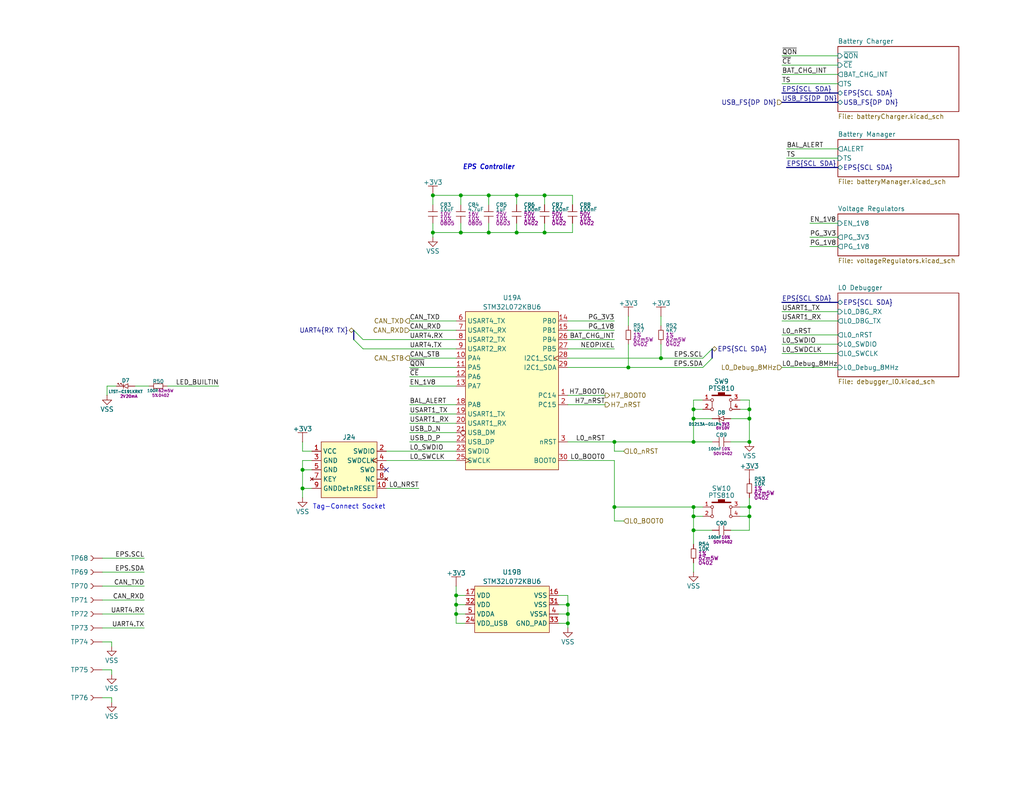
<source format=kicad_sch>
(kicad_sch (version 20250114) (generator "eeschema") (generator_version "9.0")
  (paper "USLetter")
  (title_block (title "EPS Controller") (date "2025-03-31") (rev "1") (comment 2 "PROTOTYPE") (comment 3 "2025"))
  (lib_symbols
    (symbol "STM32L072KBUx_1"
      (property "Reference" "U" (at 0 25.4 0))
      (property "Value" "STM32L072KBUx" (at 0 22.86 0))
      (symbol "STM32L072KBUx_1_1_0"
        (pin bidirectional line (at -15.24 19.05 0) (length 2.54) (name "PA0") (number "6") (alternate "USART4_TX" output line))
        (pin bidirectional line (at -15.24 16.51 0) (length 2.54) (name "PA1") (number "7") (alternate "USART4_RX" input line))
        (pin bidirectional line (at -15.24 13.97 0) (length 2.54) (name "PA2") (number "8") (alternate "USART2_TX" output line))
        (pin bidirectional line (at -15.24 11.43 0) (length 2.54) (name "PA3") (number "9") (alternate "USART2_RX" input line))
        (pin bidirectional line (at -15.24 8.89 0) (length 2.54) (name "PA4") (number "10"))
        (pin bidirectional line (at -15.24 6.35 0) (length 2.54) (name "PA5") (number "11"))
        (pin bidirectional line (at -15.24 3.81 0) (length 2.54) (name "PA6") (number "12"))
        (pin bidirectional line (at -15.24 1.27 0) (length 2.54) (name "PA7") (number "13"))
        (pin bidirectional line (at -15.24 -3.81 0) (length 2.54) (name "PA8") (number "18"))
        (pin bidirectional line (at -15.24 -6.35 0) (length 2.54) (name "PA9") (number "19") (alternate "I2C1_SCL" output clock) (alternate "USART1_TX" output line))
        (pin bidirectional line (at -15.24 -8.89 0) (length 2.54) (name "PA10") (number "20") (alternate "I2C1_SDA" bidirectional line) (alternate "USART1_RX" input line))
        (pin bidirectional line (at -15.24 -11.43 0) (length 2.54) (name "PA11") (number "21") (alternate "USB_DM" bidirectional inverted))
        (pin bidirectional line (at -15.24 -13.97 0) (length 2.54) (name "PA12") (number "22") (alternate "USB_DP" bidirectional line))
        (pin bidirectional line (at -15.24 -16.51 0) (length 2.54) (name "PA13") (number "23") (alternate "SWDIO" bidirectional line))
        (pin bidirectional line (at -15.24 -19.05 0) (length 2.54) (name "PA14") (number "25") (alternate "SWCLK" input clock) (alternate "USART2_TX" output line))
        (pin bidirectional line (at 15.24 19.05 180) (length 2.54) (name "PB0") (number "14"))
        (pin bidirectional line (at 15.24 16.51 180) (length 2.54) (name "PB1") (number "15"))
        (pin bidirectional line (at 15.24 13.97 180) (length 2.54) (name "PB4") (number "26"))
        (pin bidirectional line (at 15.24 11.43 180) (length 2.54) (name "PB5") (number "27"))
        (pin bidirectional line (at 15.24 8.89 180) (length 2.54) (name "PB6") (number "28") (alternate "I2C1_SCL" output clock) (alternate "USART1_TX" output line))
        (pin bidirectional line (at 15.24 6.35 180) (length 2.54) (name "PB7") (number "29") (alternate "I2C1_SDA" bidirectional line) (alternate "USART1_RX" input line))
        (pin bidirectional line (at 15.24 -1.27 180) (length 2.54) (name "PC14") (number "1"))
        (pin bidirectional line (at 15.24 -3.81 180) (length 2.54) (name "PC15") (number "2"))
        (pin input line (at 15.24 -13.97 180) (length 2.54) (name "nRST") (number "3"))
        (pin bidirectional line (at 15.24 -19.05 180) (length 2.54) (name "BOOT0") (number "30"))
      )
      (symbol "STM32L072KBUx_1_1_1"
        (rectangle (start -12.7 21.59) (end 12.7 -21.59) (fill (type background)))
      )
      (symbol "STM32L072KBUx_1_2_0"
        (pin power_in line (at -12.7 3.81 0) (length 2.54) (name "VDD") (number "17"))
        (pin power_in line (at -12.7 1.27 0) (length 2.54) (name "VDD") (number "32"))
        (pin power_in line (at -12.7 -1.27 0) (length 2.54) (name "VDDA") (number "5"))
        (pin power_in line (at -12.7 -3.81 0) (length 2.54) (name "VDD_USB") (number "24"))
        (pin power_in line (at 12.7 3.81 180) (length 2.54) (name "VSS") (number "16"))
        (pin power_in line (at 12.7 1.27 180) (length 2.54) (name "VSS") (number "31"))
        (pin power_in line (at 12.7 -1.27 180) (length 2.54) (name "VSSA") (number "4"))
        (pin power_in line (at 12.7 -3.81 180) (length 2.54) (name "GND_PAD") (number "33"))
      )
      (symbol "STM32L072KBUx_1_2_1"
        (rectangle (start -10.16 6.35) (end 10.16 -6.35) (fill (type background)))
      )
    )
    (symbol "lib_pwr:+3V3" (power) (pin_numbers (hide yes)) (pin_names (offset 0) (hide yes))
      (property "Value" "+3V3" (at 0 3.556 0))
      (symbol "+3V3_0_1"
        (polyline (pts (xy -1.27 2.54) (xy 0 2.54)))
        (polyline (pts (xy 0 2.54) (xy 1.27 2.54)))
        (polyline (pts (xy 0 0) (xy 0 2.54)))
      )
      (symbol "+3V3_1_1"
        (pin power_in line (at 0 0 90) (length 0) (name "~") (number "1"))
      )
    )
    (symbol "lib_pwr:VSS" (power) (pin_numbers (hide yes)) (pin_names (offset 0) (hide yes))
      (property "Value" "VSS" (at 0 -3.81 0))
      (symbol "VSS_0_1"
        (polyline (pts (xy 0 0) (xy 0 -1.27) (xy 1.27 -1.27) (xy 0 -2.54) (xy -1.27 -1.27) (xy 0 -1.27)))
      )
      (symbol "VSS_1_1"
        (pin power_in line (at 0 0 270) (length 0) (name "~") (number "1"))
      )
    )
    (symbol "lib_sch:C" (pin_numbers (hide yes)) (pin_names (hide yes))
      (property "Reference" "C?" (at 1.905 2.54 0))
      (property "Value" "CAP" (at 1.905 1.27 0))
      (property "Tolerance" "TOL" (at 1.905 -1.27 0))
      (property "Voltage Rating" "VOLTAGE" (at 1.905 0 0))
      (property "Package" "PKG" (at 1.905 -2.54 0))
      (symbol "C_0_1"
        (polyline (pts (xy -1.27 0.635) (xy 1.27 0.635)))
        (polyline (pts (xy -1.27 -0.635) (xy 1.27 -0.635)))
      )
      (symbol "C_1_1"
        (pin passive line (at 0 2.54 270) (length 1.905) (name "") (number "1"))
        (pin passive line (at 0 -2.54 90) (length 1.905) (name "") (number "2"))
      )
    )
    (symbol "lib_sch:C_horizontal"
      (property "Reference" "C?" (at 0 1.905 0))
      (property "Value" "CAP" (at 0 -1.905 0))
      (property "Tolerance" "TOL" (at 0 -1.905 0))
      (property "Voltage Rating" "VOLT" (at 0 -3.175 0))
      (property "Package" "PKG" (at 0 -3.175 0))
      (symbol "C_horizontal_0_1"
        (polyline (pts (xy -0.635 -1.27) (xy -0.635 1.27)))
        (polyline (pts (xy 0.635 -1.27) (xy 0.635 1.27)))
      )
      (symbol "C_horizontal_1_1"
        (pin passive line (at -2.54 0 0) (length 1.905) (name "") (number "1"))
        (pin passive line (at 2.54 0 180) (length 1.905) (name "") (number "2"))
      )
    )
    (symbol "lib_sch:D_TVS_single_horizontal" (pin_numbers (hide yes))
      (property "Reference" "D" (at 0 1.651 0))
      (property "Value" "VAL" (at 0 -1.524 0))
      (property "Voltage - Reverse Stabdoff" "VRM" (at 0 -1.524 0))
      (property "Voltage - Breakdown" "VBR" (at 0 -2.54 0))
      (property "Voltage - Clamping" "VCL" (at 0 -2.54 0))
      (symbol "D_TVS_single_horizontal_0_1"
        (polyline (pts (xy 0.635 0) (xy 0.635 0.635) (xy 0.889 0.889)))
        (polyline (pts (xy 0.635 0) (xy 0.635 -0.635) (xy 0.381 -0.889)))
      )
      (symbol "D_TVS_single_horizontal_1_0"
        (pin passive line (at -2.54 0 0) (length 1.905) (name "") (number "2"))
        (pin passive line (at 2.54 0 180) (length 1.905) (name "") (number "1"))
      )
      (symbol "D_TVS_single_horizontal_1_1"
        (polyline (pts (xy -0.635 0.635) (xy -0.635 -0.635) (xy 0.635 0) (xy -0.635 0.635)) (stroke (width 0.1524)))
      )
    )
    (symbol "lib_sch:JTAG-10"
      (property "Reference" "J?" (at 0 8.89 0))
      (symbol "JTAG-10_0_0"
        (pin power_in line (at -10.16 5.08 0) (length 2.54) (name "VCC") (number "1"))
        (pin no_connect line (at -10.16 -2.54 0) (length 2.54) (name "KEY") (number "7"))
        (pin input line (at 10.16 -5.08 180) (length 2.54) (name "nRESET") (number "10"))
      )
      (symbol "JTAG-10_1_0"
        (pin power_in line (at -10.16 2.54 0) (length 2.54) (name "GND") (number "3"))
        (pin power_in line (at -10.16 0 0) (length 2.54) (name "GND") (number "5"))
        (pin power_in line (at -10.16 -5.08 0) (length 2.54) (name "GNDDet") (number "9"))
        (pin bidirectional line (at 10.16 5.08 180) (length 2.54) (name "SWDIO") (number "2"))
        (pin input clock (at 10.16 2.54 180) (length 2.54) (name "SWDCLK") (number "4"))
        (pin output line (at 10.16 0 180) (length 2.54) (name "SWO") (number "6"))
        (pin no_connect line (at 10.16 -2.54 180) (length 2.54) (name "NC") (number "8"))
      )
      (symbol "JTAG-10_1_1"
        (rectangle (start -7.62 7.62) (end 7.62 -7.62) (fill (type background)))
      )
    )
    (symbol "lib_sch:LED_horizontal" (pin_numbers (hide yes))
      (property "Reference" "D" (at 0 1.524 0))
      (property "Value" "VAL" (at 0 -1.524 0))
      (property "Forward Voltage" "FVOLT" (at 0 -2.794 0))
      (property "Current" "CURR" (at 0 -2.794 0))
      (symbol "LED_horizontal_0_1"
        (polyline (pts (xy 0.635 0.635) (xy 0.635 -0.635)))
        (polyline (pts (xy 0.889 0.254) (xy 1.397 0.762) (xy 1.143 0.762) (xy 1.397 0.762) (xy 1.397 0.508)))
        (polyline (pts (xy 1.651 0.254) (xy 2.159 0.762) (xy 1.905 0.762) (xy 2.159 0.762) (xy 2.159 0.508)))
      )
      (symbol "LED_horizontal_1_0"
        (pin passive line (at -2.54 0 0) (length 1.905) (name "") (number "1"))
        (pin passive line (at 2.54 0 180) (length 1.905) (name "") (number "2"))
      )
      (symbol "LED_horizontal_1_1"
        (polyline (pts (xy -0.635 0.635) (xy -0.635 -0.635) (xy 0.635 0) (xy -0.635 0.635)) (stroke (width 0.1524)))
      )
    )
    (symbol "lib_sch:R"
      (property "Reference" "R?" (at 1.27 2.54 0))
      (property "Value" "VAL" (at 1.27 1.27 0))
      (property "Tolerance" "TOL" (at 1.27 0 0))
      (property "Power Rating" "PWR" (at 1.27 -1.27 0))
      (property "Package" "PKG" (at 1.27 -2.54 0))
      (symbol "R_0_1"
        (polyline (pts (xy -0.635 1.27) (xy -0.635 -1.27) (xy 0.635 -1.27) (xy 0.635 1.27) (xy -0.635 1.27)))
      )
      (symbol "R_1_1"
        (pin passive line (at 0 2.54 270) (length 1.27) (name "") (number "1"))
        (pin passive line (at 0 -2.54 90) (length 1.27) (name "") (number "2"))
      )
    )
    (symbol "lib_sch:R_horizontal"
      (property "Reference" "R?" (at 0 1.27 0))
      (property "Value" "VAL" (at 0 -1.27 0))
      (property "Tolerance" "TOL" (at 0 -2.54 0))
      (property "Power Rating" "PWR" (at 0 -1.27 0))
      (property "Package" "PKG" (at 0 -2.54 0))
      (symbol "R_horizontal_0_1"
        (polyline (pts (xy -1.27 -0.635) (xy 1.27 -0.635) (xy 1.27 0.635) (xy -1.27 0.635) (xy -1.27 -0.635)))
      )
      (symbol "R_horizontal_1_1"
        (pin passive line (at -2.54 0 0) (length 1.27) (name "") (number "1"))
        (pin passive line (at 2.54 0 180) (length 1.27) (name "") (number "2"))
      )
    )
    (symbol "lib_sch:SPST-NO Button" (pin_names (offset 1.016))
      (property "Reference" "SW?" (at 0 6.35 0))
      (property "Value" "VAL" (at 0 4.445 0))
      (symbol "SPST-NO Button_0_0"
        (polyline (pts (xy -2.54 0.889) (xy -2.54 -0.889)))
        (polyline (pts (xy 2.54 0.889) (xy 2.54 -0.889)))
      )
      (symbol "SPST-NO Button_0_1"
        (circle (center -2.54 1.27) (radius 0.381))
        (circle (center -2.54 -1.27) (radius 0.381))
        (circle (center 2.54 1.27) (radius 0.381))
        (circle (center 2.54 -1.27) (radius 0.381))
      )
      (symbol "SPST-NO Button_1_0"
        (polyline (pts (xy -2.54 2.54) (xy 2.54 2.54)) (stroke (width 0.381)))
        (rectangle (start -0.889 3.302) (end 0.889 2.54) (fill (type outline)))
        (pin passive line (at -5.08 1.27 0) (length 2.159) (name "") (number "1"))
        (pin passive line (at -5.08 -1.27 0) (length 2.159) (name "") (number "2"))
        (pin passive line (at 5.08 1.27 180) (length 2.159) (name "") (number "3"))
        (pin passive line (at 5.08 -1.27 180) (length 2.159) (name "") (number "4"))
      )
    )
    (symbol "lib_sch:STM32L072KBUx"
      (property "Reference" "U" (at 0 25.4 0))
      (property "Value" "STM32L072KBUx" (at 0 22.86 0))
      (symbol "STM32L072KBUx_1_0"
        (pin bidirectional line (at -15.24 19.05 0) (length 2.54) (name "PA0") (number "6") (alternate "USART4_TX" output line))
        (pin bidirectional line (at -15.24 16.51 0) (length 2.54) (name "PA1") (number "7") (alternate "USART4_RX" input line))
        (pin bidirectional line (at -15.24 13.97 0) (length 2.54) (name "PA2") (number "8") (alternate "USART2_TX" output line))
        (pin bidirectional line (at -15.24 11.43 0) (length 2.54) (name "PA3") (number "9") (alternate "USART2_RX" input line))
        (pin bidirectional line (at -15.24 8.89 0) (length 2.54) (name "PA4") (number "10"))
        (pin bidirectional line (at -15.24 6.35 0) (length 2.54) (name "PA5") (number "11"))
        (pin bidirectional line (at -15.24 3.81 0) (length 2.54) (name "PA6") (number "12"))
        (pin bidirectional line (at -15.24 1.27 0) (length 2.54) (name "PA7") (number "13"))
        (pin bidirectional line (at -15.24 -3.81 0) (length 2.54) (name "PA8") (number "18"))
        (pin bidirectional line (at -15.24 -6.35 0) (length 2.54) (name "PA9") (number "19") (alternate "I2C1_SCL" output clock) (alternate "USART1_TX" output line))
        (pin bidirectional line (at -15.24 -8.89 0) (length 2.54) (name "PA10") (number "20") (alternate "I2C1_SDA" bidirectional line) (alternate "USART1_RX" input line))
        (pin bidirectional line (at -15.24 -11.43 0) (length 2.54) (name "PA11") (number "21") (alternate "" input line) (alternate "" input line))
        (pin bidirectional line (at -15.24 -13.97 0) (length 2.54) (name "PA12") (number "22") (alternate "" input line) (alternate "" input line))
        (pin bidirectional line (at -15.24 -16.51 0) (length 2.54) (name "PA13") (number "23") (alternate "SWDIO" bidirectional line))
        (pin bidirectional line (at -15.24 -19.05 0) (length 2.54) (name "PA14") (number "25") (alternate "SWCLK" input clock) (alternate "USART2_TX" output line))
        (pin bidirectional line (at 15.24 19.05 180) (length 2.54) (name "PB0") (number "14"))
        (pin bidirectional line (at 15.24 16.51 180) (length 2.54) (name "PB1") (number "15"))
        (pin bidirectional line (at 15.24 13.97 180) (length 2.54) (name "PB4") (number "26"))
        (pin bidirectional line (at 15.24 11.43 180) (length 2.54) (name "PB5") (number "27"))
        (pin bidirectional line (at 15.24 8.89 180) (length 2.54) (name "PB6") (number "28") (alternate "I2C1_SCL" output clock) (alternate "USART1_TX" output line))
        (pin bidirectional line (at 15.24 6.35 180) (length 2.54) (name "PB7") (number "29") (alternate "I2C1_SDA" bidirectional line) (alternate "USART1_RX" input line))
        (pin bidirectional line (at 15.24 -1.27 180) (length 2.54) (name "PC14") (number "1"))
        (pin bidirectional line (at 15.24 -3.81 180) (length 2.54) (name "PC15") (number "2"))
        (pin bidirectional line (at 15.24 -13.97 180) (length 2.54) (name "BOOT0") (number "30"))
        (pin input line (at 15.24 -19.05 180) (length 2.54) (name "nRST") (number "3"))
      )
      (symbol "STM32L072KBUx_1_1"
        (rectangle (start -12.7 21.59) (end 12.7 -21.59) (fill (type background)))
      )
      (symbol "STM32L072KBUx_2_0"
        (pin power_in line (at -12.7 3.81 0) (length 2.54) (name "VDD") (number "17"))
        (pin power_in line (at -12.7 1.27 0) (length 2.54) (name "VDD") (number "32"))
        (pin power_in line (at -12.7 -1.27 0) (length 2.54) (name "VDDA") (number "5"))
        (pin power_in line (at -12.7 -3.81 0) (length 2.54) (name "VDD_USB") (number "24"))
        (pin power_in line (at 12.7 3.81 180) (length 2.54) (name "VSS") (number "16"))
        (pin power_in line (at 12.7 1.27 180) (length 2.54) (name "VSS") (number "31"))
        (pin power_in line (at 12.7 -1.27 180) (length 2.54) (name "VSSA") (number "4"))
        (pin power_in line (at 12.7 -3.81 180) (length 2.54) (name "GND_PAD") (number "33"))
      )
      (symbol "STM32L072KBUx_2_1"
        (rectangle (start -10.16 6.35) (end 10.16 -6.35) (fill (type background)))
      )
    )
    (symbol "lib_sch:Testpoint" (pin_numbers (hide yes)) (pin_names (hide yes))
      (property "Reference" "TP" (at -1.27 0 0))
      (symbol "Testpoint_0_1"
        (arc (start -0.635 0.635) (mid 0 0) (end -0.635 -0.635))
      )
      (symbol "Testpoint_1_0"
        (pin passive line (at 2.54 0 180) (length 2.54) (name "") (number "1"))
      )
    )
  )
  (text "Tag-Connect Socket" (at 95.25 138.43 0) (effects (font (size 1.27 1.27))))
  (text "EPS Controller" (at 133.35 45.72 0) (effects (font (size 1.27 1.27) (thickness 0.254) (bold yes) (italic yes))))
  (junction (at 154.94 167.64))
  (junction (at 133.35 63.5))
  (junction (at 124.46 165.1))
  (junction (at 125.73 63.5))
  (junction (at 171.45 100.33))
  (junction (at 148.59 53.34))
  (junction (at 118.11 63.5))
  (junction (at 154.94 165.1))
  (junction (at 189.23 114.3))
  (junction (at 204.47 120.65))
  (junction (at 204.47 138.43))
  (junction (at 167.64 138.43))
  (junction (at 124.46 167.64))
  (junction (at 189.23 138.43))
  (junction (at 180.34 97.79))
  (junction (at 189.23 120.65))
  (junction (at 133.35 53.34))
  (junction (at 189.23 140.97))
  (junction (at 82.55 128.27))
  (junction (at 204.47 111.76))
  (junction (at 82.55 133.35))
  (junction (at 167.64 120.65))
  (junction (at 140.97 63.5))
  (junction (at 189.23 144.78))
  (junction (at 204.47 114.3))
  (junction (at 124.46 162.56))
  (junction (at 204.47 140.97))
  (junction (at 125.73 53.34))
  (junction (at 189.23 111.76))
  (junction (at 148.59 63.5))
  (junction (at 154.94 170.18))
  (junction (at 140.97 53.34))
  (junction (at 118.11 53.34))
  (no_connect (at 105.41 128.27))
  (bus_entry (at 99.06 92.71) (size -2.54 -2.54))
  (bus_entry (at 191.77 97.79) (size 2.54 -2.54))
  (bus_entry (at 191.77 100.33) (size 2.54 -2.54))
  (bus_entry (at 99.06 95.25) (size -2.54 -2.54))
  (wire (pts (xy 82.55 128.27) (xy 82.55 133.35)))
  (wire (pts (xy 29.21 107.95) (xy 29.21 105.41)))
  (wire (pts (xy 39.37 156.21) (xy 27.94 156.21)))
  (wire (pts (xy 124.46 160.02) (xy 124.46 162.56)))
  (wire (pts (xy 154.94 120.65) (xy 167.64 120.65)))
  (wire (pts (xy 140.97 63.5) (xy 148.59 63.5)))
  (wire (pts (xy 125.73 53.34) (xy 125.73 55.88)))
  (wire (pts (xy 152.4 162.56) (xy 154.94 162.56)))
  (wire (pts (xy 189.23 144.78) (xy 189.23 148.59)))
  (wire (pts (xy 154.94 87.63) (xy 167.64 87.63)))
  (wire (pts (xy 82.55 135.89) (xy 82.55 133.35)))
  (wire (pts (xy 45.72 105.41) (xy 59.69 105.41)))
  (wire (pts (xy 189.23 138.43) (xy 189.23 140.97)))
  (wire (pts (xy 125.73 53.34) (xy 118.11 53.34)))
  (wire (pts (xy 39.37 160.02) (xy 27.94 160.02)))
  (wire (pts (xy 82.55 123.19) (xy 85.09 123.19)))
  (wire (pts (xy 213.36 100.33) (xy 228.6 100.33)))
  (wire (pts (xy 124.46 167.64) (xy 124.46 165.1)))
  (wire (pts (xy 140.97 60.96) (xy 140.97 63.5)))
  (bus (pts (xy 214.63 45.72) (xy 228.6 45.72)))
  (wire (pts (xy 165.1 107.95) (xy 154.94 107.95)))
  (wire (pts (xy 189.23 140.97) (xy 191.77 140.97)))
  (wire (pts (xy 127 165.1) (xy 124.46 165.1)))
  (wire (pts (xy 189.23 111.76) (xy 189.23 114.3)))
  (wire (pts (xy 167.64 138.43) (xy 167.64 142.24)))
  (wire (pts (xy 201.93 138.43) (xy 204.47 138.43)))
  (wire (pts (xy 127 170.18) (xy 124.46 170.18)))
  (wire (pts (xy 180.34 93.98) (xy 180.34 97.79)))
  (wire (pts (xy 133.35 60.96) (xy 133.35 63.5)))
  (wire (pts (xy 133.35 53.34) (xy 133.35 55.88)))
  (wire (pts (xy 201.93 140.97) (xy 204.47 140.97)))
  (wire (pts (xy 213.36 15.24) (xy 228.6 15.24)))
  (wire (pts (xy 220.98 67.31) (xy 228.6 67.31)))
  (wire (pts (xy 82.55 120.65) (xy 82.55 123.19)))
  (wire (pts (xy 189.23 153.67) (xy 189.23 156.21)))
  (wire (pts (xy 30.48 191.77) (xy 30.48 190.5)))
  (wire (pts (xy 213.36 85.09) (xy 228.6 85.09)))
  (bus (pts (xy 213.36 25.4) (xy 228.6 25.4)))
  (bus (pts (xy 96.52 90.17) (xy 96.52 92.71)))
  (wire (pts (xy 133.35 63.5) (xy 140.97 63.5)))
  (wire (pts (xy 85.09 128.27) (xy 82.55 128.27)))
  (wire (pts (xy 30.48 176.53) (xy 30.48 175.26)))
  (wire (pts (xy 154.94 100.33) (xy 171.45 100.33)))
  (wire (pts (xy 204.47 135.89) (xy 204.47 138.43)))
  (wire (pts (xy 171.45 100.33) (xy 191.77 100.33)))
  (wire (pts (xy 152.4 165.1) (xy 154.94 165.1)))
  (wire (pts (xy 199.39 114.3) (xy 204.47 114.3)))
  (wire (pts (xy 204.47 109.22) (xy 204.47 111.76)))
  (wire (pts (xy 39.37 171.45) (xy 27.94 171.45)))
  (wire (pts (xy 82.55 125.73) (xy 82.55 128.27)))
  (wire (pts (xy 125.73 63.5) (xy 133.35 63.5)))
  (wire (pts (xy 111.76 120.65) (xy 124.46 120.65)))
  (wire (pts (xy 140.97 53.34) (xy 140.97 55.88)))
  (wire (pts (xy 118.11 63.5) (xy 125.73 63.5)))
  (wire (pts (xy 154.94 167.64) (xy 154.94 170.18)))
  (wire (pts (xy 156.21 63.5) (xy 148.59 63.5)))
  (wire (pts (xy 118.11 60.96) (xy 118.11 63.5)))
  (wire (pts (xy 171.45 86.36) (xy 171.45 88.9)))
  (wire (pts (xy 180.34 97.79) (xy 191.77 97.79)))
  (wire (pts (xy 99.06 92.71) (xy 124.46 92.71)))
  (wire (pts (xy 167.64 138.43) (xy 189.23 138.43)))
  (wire (pts (xy 191.77 138.43) (xy 189.23 138.43)))
  (wire (pts (xy 213.36 96.52) (xy 228.6 96.52)))
  (wire (pts (xy 152.4 167.64) (xy 154.94 167.64)))
  (wire (pts (xy 191.77 109.22) (xy 189.23 109.22)))
  (wire (pts (xy 29.21 105.41) (xy 31.75 105.41)))
  (wire (pts (xy 118.11 63.5) (xy 118.11 64.77)))
  (wire (pts (xy 154.94 97.79) (xy 180.34 97.79)))
  (wire (pts (xy 204.47 144.78) (xy 199.39 144.78)))
  (wire (pts (xy 201.93 109.22) (xy 204.47 109.22)))
  (wire (pts (xy 171.45 93.98) (xy 171.45 100.33)))
  (wire (pts (xy 111.76 113.03) (xy 124.46 113.03)))
  (wire (pts (xy 204.47 140.97) (xy 204.47 144.78)))
  (wire (pts (xy 213.36 93.98) (xy 228.6 93.98)))
  (wire (pts (xy 189.23 140.97) (xy 189.23 144.78)))
  (wire (pts (xy 180.34 86.36) (xy 180.34 88.9)))
  (wire (pts (xy 99.06 95.25) (xy 124.46 95.25)))
  (wire (pts (xy 156.21 55.88) (xy 156.21 53.34)))
  (wire (pts (xy 30.48 190.5) (xy 27.94 190.5)))
  (wire (pts (xy 189.23 114.3) (xy 194.31 114.3)))
  (wire (pts (xy 199.39 120.65) (xy 204.47 120.65)))
  (wire (pts (xy 140.97 53.34) (xy 133.35 53.34)))
  (wire (pts (xy 30.48 175.26) (xy 27.94 175.26)))
  (wire (pts (xy 154.94 125.73) (xy 167.64 125.73)))
  (wire (pts (xy 111.76 115.57) (xy 124.46 115.57)))
  (wire (pts (xy 111.76 102.87) (xy 124.46 102.87)))
  (bus (pts (xy 213.36 82.55) (xy 228.6 82.55)))
  (wire (pts (xy 154.94 165.1) (xy 154.94 167.64)))
  (wire (pts (xy 154.94 92.71) (xy 167.64 92.71)))
  (wire (pts (xy 125.73 60.96) (xy 125.73 63.5)))
  (bus (pts (xy 194.31 95.25) (xy 194.31 97.79)))
  (wire (pts (xy 124.46 167.64) (xy 127 167.64)))
  (wire (pts (xy 204.47 138.43) (xy 204.47 140.97)))
  (wire (pts (xy 154.94 162.56) (xy 154.94 165.1)))
  (wire (pts (xy 30.48 182.88) (xy 27.94 182.88)))
  (wire (pts (xy 214.63 43.18) (xy 228.6 43.18)))
  (wire (pts (xy 124.46 162.56) (xy 127 162.56)))
  (wire (pts (xy 105.41 123.19) (xy 124.46 123.19)))
  (wire (pts (xy 156.21 60.96) (xy 156.21 63.5)))
  (wire (pts (xy 201.93 111.76) (xy 204.47 111.76)))
  (wire (pts (xy 167.64 120.65) (xy 189.23 120.65)))
  (wire (pts (xy 133.35 53.34) (xy 125.73 53.34)))
  (wire (pts (xy 213.36 91.44) (xy 228.6 91.44)))
  (wire (pts (xy 204.47 114.3) (xy 204.47 120.65)))
  (wire (pts (xy 189.23 111.76) (xy 191.77 111.76)))
  (wire (pts (xy 148.59 53.34) (xy 140.97 53.34)))
  (wire (pts (xy 220.98 60.96) (xy 228.6 60.96)))
  (wire (pts (xy 154.94 170.18) (xy 152.4 170.18)))
  (wire (pts (xy 111.76 97.79) (xy 124.46 97.79)))
  (wire (pts (xy 167.64 142.24) (xy 170.18 142.24)))
  (wire (pts (xy 165.1 110.49) (xy 154.94 110.49)))
  (wire (pts (xy 220.98 64.77) (xy 228.6 64.77)))
  (wire (pts (xy 154.94 171.45) (xy 154.94 170.18)))
  (wire (pts (xy 85.09 125.73) (xy 82.55 125.73)))
  (wire (pts (xy 30.48 184.15) (xy 30.48 182.88)))
  (wire (pts (xy 189.23 114.3) (xy 189.23 120.65)))
  (wire (pts (xy 111.76 118.11) (xy 124.46 118.11)))
  (wire (pts (xy 189.23 144.78) (xy 194.31 144.78)))
  (wire (pts (xy 154.94 90.17) (xy 167.64 90.17)))
  (wire (pts (xy 204.47 111.76) (xy 204.47 114.3)))
  (wire (pts (xy 124.46 165.1) (xy 124.46 162.56)))
  (wire (pts (xy 148.59 60.96) (xy 148.59 63.5)))
  (wire (pts (xy 214.63 40.64) (xy 228.6 40.64)))
  (wire (pts (xy 39.37 152.4) (xy 27.94 152.4)))
  (wire (pts (xy 36.83 105.41) (xy 40.64 105.41)))
  (wire (pts (xy 167.64 125.73) (xy 167.64 138.43)))
  (wire (pts (xy 118.11 53.34) (xy 118.11 55.88)))
  (wire (pts (xy 82.55 133.35) (xy 85.09 133.35)))
  (wire (pts (xy 39.37 163.83) (xy 27.94 163.83)))
  (bus (pts (xy 213.36 27.94) (xy 228.6 27.94)))
  (wire (pts (xy 111.76 87.63) (xy 124.46 87.63)))
  (wire (pts (xy 105.41 125.73) (xy 124.46 125.73)))
  (wire (pts (xy 189.23 120.65) (xy 194.31 120.65)))
  (wire (pts (xy 213.36 17.78) (xy 228.6 17.78)))
  (wire (pts (xy 189.23 109.22) (xy 189.23 111.76)))
  (wire (pts (xy 111.76 110.49) (xy 124.46 110.49)))
  (wire (pts (xy 167.64 123.19) (xy 167.64 120.65)))
  (wire (pts (xy 124.46 170.18) (xy 124.46 167.64)))
  (wire (pts (xy 213.36 87.63) (xy 228.6 87.63)))
  (wire (pts (xy 111.76 90.17) (xy 124.46 90.17)))
  (wire (pts (xy 170.18 123.19) (xy 167.64 123.19)))
  (wire (pts (xy 111.76 100.33) (xy 124.46 100.33)))
  (wire (pts (xy 213.36 20.32) (xy 228.6 20.32)))
  (wire (pts (xy 39.37 167.64) (xy 27.94 167.64)))
  (wire (pts (xy 156.21 53.34) (xy 148.59 53.34)))
  (wire (pts (xy 213.36 22.86) (xy 228.6 22.86)))
  (wire (pts (xy 167.64 95.25) (xy 154.94 95.25)))
  (wire (pts (xy 148.59 55.88) (xy 148.59 53.34)))
  (wire (pts (xy 105.41 133.35) (xy 114.3 133.35)))
  (wire (pts (xy 111.76 105.41) (xy 124.46 105.41)))
  (label "USB_D_N" (at 111.76 118.11 0))
  (label "BAL_ALERT" (at 214.63 40.64 0))
  (label "~{CE}" (at 111.76 102.87 0))
  (label "PG_1V8" (at 167.64 90.17 180))
  (label "L0_nRST" (at 165.1 120.65 180))
  (label "UART4.TX" (at 39.37 171.45 180))
  (label "H7_nRST" (at 165.1 110.49 180))
  (label "USB_FS{DP DN}" (at 213.36 27.94 0))
  (label "USART1_RX" (at 111.76 115.57 0))
  (label "~{QON}" (at 213.36 15.24 0))
  (label "~{CE}" (at 213.36 17.78 0))
  (label "UART4.TX" (at 111.76 95.25 0))
  (label "L0_SWDIO" (at 213.36 93.98 0))
  (label "CAN_TXD" (at 111.76 87.63 0))
  (label "TS" (at 213.36 22.86 0))
  (label "TS" (at 214.63 43.18 0))
  (label "CAN_RXD" (at 39.37 163.83 180))
  (label "EPS{SCL SDA}" (at 214.63 45.72 0))
  (label "L0_SWCLK" (at 111.76 125.73 0))
  (label "EPS{SCL SDA}" (at 213.36 25.4 0))
  (label "CAN_STB" (at 111.76 97.79 0))
  (label "BAT_CHG_INT" (at 213.36 20.32 0))
  (label "USART1_RX" (at 213.36 87.63 0))
  (label "L0_nRST" (at 213.36 91.44 0))
  (label "H7_BOOT0" (at 165.1 107.95 180))
  (label "CAN_TXD" (at 39.37 160.02 180))
  (label "L0_BOOT0" (at 165.1 125.73 180))
  (label "EPS.SCL" (at 191.77 97.79 180))
  (label "EPS.SCL" (at 39.37 152.4 180))
  (label "EN_1V8" (at 220.98 60.96 0))
  (label "L0_SWDCLK" (at 213.36 96.52 0))
  (label "UART4.RX" (at 111.76 92.71 0))
  (label "USART1_TX" (at 111.76 113.03 0))
  (label "PG_3V3" (at 167.64 87.63 180))
  (label "EPS{SCL SDA}" (at 213.36 82.55 0))
  (label "CAN_RXD" (at 111.76 90.17 0))
  (label "~{QON}" (at 111.76 100.33 0))
  (label "L0_SWDIO" (at 111.76 123.19 0))
  (label "LED_BUILTIN" (at 59.69 105.41 180))
  (label "USB_D_P" (at 111.76 120.65 0))
  (label "PG_3V3" (at 220.98 64.77 0))
  (label "UART4.RX" (at 39.37 167.64 180))
  (label "L0_NRST" (at 114.3 133.35 180))
  (label "NEOPIXEL" (at 167.64 95.25 180))
  (label "EPS.SDA" (at 39.37 156.21 180))
  (label "PG_1V8" (at 220.98 67.31 0))
  (label "USART1_TX" (at 213.36 85.09 0))
  (label "EPS.SDA" (at 191.77 100.33 180))
  (label "BAT_CHG_INT" (at 167.64 92.71 180))
  (label "EN_1V8" (at 111.76 105.41 0))
  (label "BAL_ALERT" (at 111.76 110.49 0))
  (label "L0_Debug_8MHz" (at 213.36 100.33 0))
  (hierarchical_label "UART4{RX TX}" (shape bidirectional) (at 96.52 90.17 180))
  (hierarchical_label "H7_nRST" (shape output) (at 165.1 110.49 0))
  (hierarchical_label "USB_FS{DP DN}" (shape input) (at 213.36 27.94 180))
  (hierarchical_label "CAN_RXD" (shape input) (at 111.76 90.17 180))
  (hierarchical_label "CAN_STB" (shape output) (at 111.76 97.79 180))
  (hierarchical_label "L0_nRST" (shape input) (at 170.18 123.19 0))
  (hierarchical_label "H7_BOOT0" (shape output) (at 165.1 107.95 0))
  (hierarchical_label "L0_Debug_8MHz" (shape input) (at 213.36 100.33 180))
  (hierarchical_label "EPS{SCL SDA}" (shape bidirectional) (at 194.31 95.25 0))
  (hierarchical_label "CAN_TXD" (shape output) (at 111.76 87.63 180))
  (hierarchical_label "L0_BOOT0" (shape input) (at 170.18 142.24 0))
  (symbol (lib_id "lib_sch:Testpoint") (at 25.4 182.88 0) (unit 1)
    (property "Reference" "TP75" (at 24.13 182.88 0) (effects (justify right)))
    (property "Value" "RCWCTE" (effects (hide yes)))
    (property "Footprint" "lib_misc:TP_RCW" (effects (hide yes)))
    (property "Datasheet" "datasheets/KOA-RC-Series.pdf" (effects (hide yes)))
    (property "Description" "PC TEST POINT" (effects (hide yes)))
    (property "Manufacturer" "KOA Speer Electronics, Inc." (effects (hide yes)))
    (property "MPN" "RCWCTE" (effects (hide yes)))
    (property "DKPN" "2019-RCWCTECT-ND" (effects (hide yes)))
  )
  (symbol (lib_id "lib_sch:SPST-NO Button") (at 196.85 139.7 0) (unit 1)
    (property "Reference" "SW10" (at 196.85 133.35 0))
    (property "Value" "PTS810" (at 196.85 135.255 0))
    (property "Footprint" "lib_switches:PTS810" (effects (hide yes)))
    (property "Datasheet" "datasheets/C&K-PTS810.pdf" (effects (hide yes)))
    (property "Description" "SWITCH TACTILE SPST-NO 0.05A 16V" (effects (hide yes)))
    (property "Manufacturer" "C&K" (effects (hide yes)))
    (property "MPN" "PTS810SJM250SMTR LFS" (effects (hide yes)))
    (property "DKPN" "CKN10502CT-ND" (effects (hide yes)))
  )
  (symbol (lib_id "lib_sch:C") (at 156.21 58.42 0) (unit 1)
    (property "Reference" "C88" (at 158.115 55.88 0) (effects (font (size 1.016 1.016)) (justify left)))
    (property "Value" "100nF" (at 158.115 57.15 0) (effects (font (size 1.016 1.016)) (justify left)))
    (property "Footprint" "lib_passives:GCM0402" (effects (hide yes)))
    (property "Datasheet" "datasheets/Murata-Electronics-GRT155R71H104KE01.pdf" (effects (hide yes)))
    (property "Description" "CAP CER 0.1UF 50V X7R 0402" (effects (hide yes)))
    (property "Manufacturer" "Murata Electronics" (effects (hide yes)))
    (property "MPN" "GRT155R71H104KE01D" (effects (hide yes)))
    (property "DKPN" "490-GRT155R71H104KE01DCT-ND" (effects (hide yes)))
    (property "Tolerance" "10%" (at 158.115 59.69 0) (effects (font (size 1.016 1.016)) (justify left)))
    (property "Voltage Rating" "50V" (at 158.115 58.42 0) (effects (font (size 1.016 1.016)) (justify left)))
    (property "Package" "0402" (at 158.115 60.96 0) (effects (font (size 1.016 1.016)) (justify left)))
  )
  (symbol (lib_id "lib_pwr:+3V3") (at 180.34 86.36 0) (unit 1)
    (property "Reference" "#PWR0208" (effects (hide yes)))
    (property "Value" "+3V3" (at 180.34 82.804 0))
  )
  (symbol (lib_id "lib_sch:SPST-NO Button") (at 196.85 110.49 0) (unit 1)
    (property "Reference" "SW9" (at 196.85 104.14 0))
    (property "Value" "PTS810" (at 196.85 106.045 0))
    (property "Footprint" "lib_switches:PTS810" (effects (hide yes)))
    (property "Datasheet" "datasheets/C&K-PTS810.pdf" (effects (hide yes)))
    (property "Description" "SWITCH TACTILE SPST-NO 0.05A 16V" (effects (hide yes)))
    (property "Manufacturer" "C&K" (effects (hide yes)))
    (property "MPN" "PTS810SJM250SMTR LFS" (effects (hide yes)))
    (property "DKPN" "CKN10502CT-ND" (effects (hide yes)))
  )
  (symbol (lib_id "lib_sch:Testpoint") (at 25.4 190.5 0) (unit 1)
    (property "Reference" "TP76" (at 24.13 190.5 0) (effects (justify right)))
    (property "Value" "RCWCTE" (effects (hide yes)))
    (property "Footprint" "lib_misc:TP_RCW" (effects (hide yes)))
    (property "Datasheet" "datasheets/KOA-RC-Series.pdf" (effects (hide yes)))
    (property "Description" "PC TEST POINT" (effects (hide yes)))
    (property "Manufacturer" "KOA Speer Electronics, Inc." (effects (hide yes)))
    (property "MPN" "RCWCTE" (effects (hide yes)))
    (property "DKPN" "2019-RCWCTECT-ND" (effects (hide yes)))
  )
  (symbol (lib_id "lib_sch:R") (at 180.34 91.44 0) (unit 1)
    (property "Reference" "R52" (at 181.61 88.9 0) (effects (font (size 1.016 1.016)) (justify left)))
    (property "Value" "4K7" (at 181.61 90.17 0) (effects (font (size 1.016 1.016)) (justify left)))
    (property "Footprint" "lib_passives:CRCW0402" (effects (hide yes)))
    (property "Datasheet" "datasheets/Vishay-Dale-DCRCWe3.pdf" (effects (hide yes)))
    (property "Description" "RES SMD 4.7K OHM 1% 1/16W 0402" (effects (hide yes)))
    (property "Manufacturer" "Vishay Dale" (effects (hide yes)))
    (property "MPN" "CRCW04024K70FKED" (effects (hide yes)))
    (property "DKPN" "541-4.70KLCT-ND" (effects (hide yes)))
    (property "Tolerance" "1%" (at 181.61 91.44 0) (effects (font (size 1.016 1.016)) (justify left)))
    (property "Power Rating" "62m5W" (at 181.61 92.71 0) (effects (font (size 1.016 1.016)) (justify left)))
    (property "Package" "0402" (at 181.61 93.98 0) (effects (font (size 1.016 1.016)) (justify left)))
  )
  (symbol (lib_id "lib_pwr:+3V3") (at 204.47 130.81 0) (unit 1)
    (property "Reference" "#PWR0210" (effects (hide yes)))
    (property "Value" "+3V3" (at 204.47 127.254 0))
  )
  (symbol (lib_id "lib_pwr:VSS") (at 118.11 64.77 0) (unit 1)
    (property "Reference" "#PWR0202" (effects (hide yes)))
    (property "Value" "VSS" (at 118.11 68.58 0))
  )
  (symbol (lib_id "lib_sch:R") (at 204.47 133.35 0) (unit 1)
    (property "Reference" "R53" (at 205.74 130.81 0) (effects (font (size 1.016 1.016)) (justify left)))
    (property "Value" "10K" (at 205.74 132.08 0) (effects (font (size 1.016 1.016)) (justify left)))
    (property "Footprint" "lib_passives:CRCW0402" (effects (hide yes)))
    (property "Datasheet" "datasheets/Vishay-Dale-DCRCWe3.pdf" (effects (hide yes)))
    (property "Description" "RES SMD 10K OHM 1% 1/16W 0402" (effects (hide yes)))
    (property "Manufacturer" "Vishay Dale" (effects (hide yes)))
    (property "MPN" "CRCW040210K0FKED" (effects (hide yes)))
    (property "DKPN" "541-10.0KLCT-ND" (effects (hide yes)))
    (property "Tolerance" "1%" (at 205.74 133.35 0) (effects (font (size 1.016 1.016)) (justify left)))
    (property "Power Rating" "62m5W" (at 205.74 134.62 0) (effects (font (size 1.016 1.016)) (justify left)))
    (property "Package" "0402" (at 205.74 135.89 0) (effects (font (size 1.016 1.016)) (justify left)))
  )
  (symbol (lib_id "lib_sch:Testpoint") (at 25.4 156.21 0) (unit 1) (in_bom no)
    (property "Reference" "TP69" (at 24.13 156.21 0) (effects (justify right)))
    (property "Footprint" "lib_misc:TP_2mm" (effects (hide yes)))
    (property "Manufacturer" "N/A" (effects (hide yes)))
    (property "MPN" "N/A" (effects (hide yes)))
    (property "DKPN" "N/A" (effects (hide yes)))
  )
  (symbol (lib_id "lib_sch:Testpoint") (at 25.4 171.45 0) (unit 1) (in_bom no)
    (property "Reference" "TP73" (at 24.13 171.45 0) (effects (justify right)))
    (property "Footprint" "lib_misc:TP_2mm" (effects (hide yes)))
    (property "Manufacturer" "N/A" (effects (hide yes)))
    (property "MPN" "N/A" (effects (hide yes)))
    (property "DKPN" "N/A" (effects (hide yes)))
  )
  (symbol (lib_id "lib_sch:Testpoint") (at 25.4 152.4 0) (unit 1) (in_bom no)
    (property "Reference" "TP68" (at 24.13 152.4 0) (effects (justify right)))
    (property "Footprint" "lib_misc:TP_2mm" (effects (hide yes)))
    (property "Manufacturer" "N/A" (effects (hide yes)))
    (property "MPN" "N/A" (effects (hide yes)))
    (property "DKPN" "N/A" (effects (hide yes)))
  )
  (symbol (lib_id "lib_sch:C") (at 125.73 58.42 0) (unit 1)
    (property "Reference" "C84" (at 127.635 55.88 0) (effects (font (size 1.016 1.016)) (justify left)))
    (property "Value" "4.7uF" (at 127.635 57.15 0) (effects (font (size 1.016 1.016)) (justify left)))
    (property "Footprint" "lib_passives:GCM0805" (effects (hide yes)))
    (property "Datasheet" "datasheets/Murata-Electronics-GRT21BR71C475KE13.pdf" (effects (hide yes)))
    (property "Description" "CAP CER 4.7UF 16V X7R 0805" (effects (hide yes)))
    (property "Manufacturer" "Murata Electronics" (effects (hide yes)))
    (property "MPN" "GRT21BR71C475KE13L" (effects (hide yes)))
    (property "DKPN" "490-GRT21BR71C475KE13LCT-ND" (effects (hide yes)))
    (property "Tolerance" "10%" (at 127.635 59.69 0) (effects (font (size 1.016 1.016)) (justify left)))
    (property "Voltage Rating" "16V" (at 127.635 58.42 0) (effects (font (size 1.016 1.016)) (justify left)))
    (property "Package" "0805" (at 127.635 60.96 0) (effects (font (size 1.016 1.016)) (justify left)))
  )
  (symbol (lib_id "lib_sch:Testpoint") (at 25.4 167.64 0) (unit 1) (in_bom no)
    (property "Reference" "TP72" (at 24.13 167.64 0) (effects (justify right)))
    (property "Footprint" "lib_misc:TP_2mm" (effects (hide yes)))
    (property "Manufacturer" "N/A" (effects (hide yes)))
    (property "MPN" "N/A" (effects (hide yes)))
    (property "DKPN" "N/A" (effects (hide yes)))
  )
  (symbol (lib_id "lib_sch:C_horizontal") (at 196.85 120.65 0) (unit 1)
    (property "Reference" "C89" (at 196.85 118.745 0) (effects (font (size 1.016 1.016))))
    (property "Value" "100nF" (at 196.85 122.555 0) (effects (font (size 0.762 0.762)) (justify right)))
    (property "Footprint" "lib_passives:GCM0402" (effects (hide yes)))
    (property "Datasheet" "datasheets/Murata-Electronics-GRT155R71H104KE01.pdf" (effects (hide yes)))
    (property "Description" "CAP CER 0.1UF 50V X7R 0402" (effects (hide yes)))
    (property "Manufacturer" "Murata Electronics" (effects (hide yes)))
    (property "MPN" "GRT155R71H104KE01D" (effects (hide yes)))
    (property "DKPN" "490-GRT155R71H104KE01DCT-ND" (effects (hide yes)))
    (property "Voltage Rating" "50V" (at 196.85 123.825 0) (effects (font (size 0.762 0.762)) (justify right)))
    (property "Package" "0402" (at 196.85 123.825 0) (effects (font (size 0.762 0.762)) (justify left)))
    (property "Tolerance" "10%" (at 196.85 122.555 0) (effects (font (size 0.762 0.762)) (justify left)))
  )
  (symbol (lib_id "lib_pwr:VSS") (at 30.48 184.15 0) (unit 1)
    (property "Reference" "#PWR0216" (effects (hide yes)))
    (property "Value" "VSS" (at 30.48 187.96 0))
  )
  (symbol (lib_id "lib_sch:STM32L072KBUx") (at 139.7 166.37 0) (unit 2)
    (property "Reference" "U19" (at 139.7 156.21 0))
    (property "Value" "STM32L072KBU6" (at 139.7 158.75 0))
    (property "Footprint" "lib_ICs:QFN50P500X500X60-32" (effects (hide yes)))
    (property "Datasheet" "datasheets/ST-STM32L072KB.pdf" (effects (hide yes)))
    (property "Description" "IC MCU 32BIT 128KB FLSH 32UFQFPN" (effects (hide yes)))
    (property "Manufacturer" "STMicroelectronics" (effects (hide yes)))
    (property "MPN" "STM32L072KBU6" (effects (hide yes)))
    (property "DKPN" "497-18581-ND" (effects (hide yes)))
    (pin "20" (alternate "USART1_RX"))
    (pin "23" (alternate "SWDIO"))
    (pin "29" (alternate "I2C1_SDA"))
    (pin "21" (alternate "USB_DM"))
    (pin "22" (alternate "USB_DP"))
    (pin "7" (alternate "USART4_RX"))
    (pin "25" (alternate "SWCLK"))
    (pin "8" (alternate "USART2_TX"))
    (pin "28" (alternate "I2C1_SCL"))
    (pin "9" (alternate "USART2_RX"))
    (pin "19" (alternate "USART1_TX"))
    (pin "6" (alternate "USART4_TX"))
  )
  (symbol (lib_id "lib_pwr:VSS") (at 30.48 191.77 0) (unit 1)
    (property "Reference" "#PWR0217" (effects (hide yes)))
    (property "Value" "VSS" (at 30.48 195.58 0))
  )
  (symbol (lib_id "lib_pwr:VSS") (at 189.23 156.21 0) (unit 1)
    (property "Reference" "#PWR0213" (effects (hide yes)))
    (property "Value" "VSS" (at 189.23 160.02 0))
  )
  (symbol (lib_id "lib_sch:Testpoint") (at 25.4 160.02 0) (unit 1) (in_bom no)
    (property "Reference" "TP70" (at 24.13 160.02 0) (effects (justify right)))
    (property "Footprint" "lib_misc:TP_2mm" (effects (hide yes)))
    (property "Manufacturer" "N/A" (effects (hide yes)))
    (property "MPN" "N/A" (effects (hide yes)))
    (property "DKPN" "N/A" (effects (hide yes)))
  )
  (symbol (lib_id "lib_sch:C") (at 140.97 58.42 0) (unit 1)
    (property "Reference" "C86" (at 142.875 55.88 0) (effects (font (size 1.016 1.016)) (justify left)))
    (property "Value" "100nF" (at 142.875 57.15 0) (effects (font (size 1.016 1.016)) (justify left)))
    (property "Footprint" "lib_passives:GCM0402" (effects (hide yes)))
    (property "Datasheet" "datasheets/Murata-Electronics-GRT155R71H104KE01.pdf" (effects (hide yes)))
    (property "Description" "CAP CER 0.1UF 50V X7R 0402" (effects (hide yes)))
    (property "Manufacturer" "Murata Electronics" (effects (hide yes)))
    (property "MPN" "GRT155R71H104KE01D" (effects (hide yes)))
    (property "DKPN" "490-GRT155R71H104KE01DCT-ND" (effects (hide yes)))
    (property "Tolerance" "10%" (at 142.875 59.69 0) (effects (font (size 1.016 1.016)) (justify left)))
    (property "Voltage Rating" "50V" (at 142.875 58.42 0) (effects (font (size 1.016 1.016)) (justify left)))
    (property "Package" "0402" (at 142.875 60.96 0) (effects (font (size 1.016 1.016)) (justify left)))
  )
  (symbol (lib_id "lib_sch:Testpoint") (at 25.4 163.83 0) (unit 1) (in_bom no)
    (property "Reference" "TP71" (at 24.13 163.83 0) (effects (justify right)))
    (property "Footprint" "lib_misc:TP_2mm" (effects (hide yes)))
    (property "Manufacturer" "N/A" (effects (hide yes)))
    (property "MPN" "N/A" (effects (hide yes)))
    (property "DKPN" "N/A" (effects (hide yes)))
  )
  (symbol (lib_id "lib_pwr:VSS") (at 154.94 171.45 0) (unit 1)
    (property "Reference" "#PWR0214" (effects (hide yes)))
    (property "Value" "VSS" (at 154.94 175.26 0))
  )
  (symbol (lib_id "lib_pwr:VSS") (at 30.48 176.53 0) (unit 1)
    (property "Reference" "#PWR0215" (effects (hide yes)))
    (property "Value" "VSS" (at 30.48 180.34 0))
  )
  (symbol (lib_id "lib_sch:D_TVS_single_horizontal") (at 196.85 114.3 0) (mirror y) (unit 1)
    (property "Reference" "D8" (at 196.85 112.649 0) (effects (font (size 1.016 1.016))))
    (property "Value" "D1213A-01LP4" (at 196.85 115.824 0) (effects (font (size 0.762 0.762)) (justify left)))
    (property "Footprint" "lib_diodes:XDFN2P65_100X60X50L50X25L" (effects (hide yes)))
    (property "Datasheet" "datasheets/Diodes-Incorporated-D1213A-01LP4.pdf" (effects (hide yes)))
    (property "Description" "TVS DIODE 3.3VWM 10VC X2DFN10062" (effects (hide yes)))
    (property "Manufacturer" "Diodes Incorporated" (effects (hide yes)))
    (property "MPN" "D1213A-01LP4-7B" (effects (hide yes)))
    (property "DKPN" "D1213A-01LP4-7BDICT-ND" (effects (hide yes)))
    (property "Voltage - Reverse Stabdoff" "3V3" (at 196.85 115.824 0) (effects (font (size 0.762 0.762)) (justify right)))
    (property "Voltage - Breakdown" "6V" (at 196.85 116.84 0) (effects (font (size 0.762 0.762)) (justify left)))
    (property "Voltage - Clamping" "10V" (at 196.85 116.84 0) (effects (font (size 0.762 0.762)) (justify right)))
  )
  (symbol (lib_id "lib_pwr:+3V3") (at 118.11 53.34 0) (unit 1)
    (property "Reference" "#PWR0201" (effects (hide yes)))
    (property "Value" "+3V3" (at 118.11 49.784 0))
  )
  (symbol (lib_id "lib_pwr:VSS") (at 82.55 135.89 0) (unit 1)
    (property "Reference" "#PWR0212" (effects (hide yes)))
    (property "Value" "VSS" (at 82.55 139.7 0))
  )
  (symbol (lib_id "lib_pwr:VSS") (at 204.47 120.65 0) (unit 1)
    (property "Reference" "#PWR0209" (effects (hide yes)))
    (property "Value" "VSS" (at 204.47 124.46 0))
  )
  (symbol (lib_name "STM32L072KBUx_1") (lib_id "lib_sch:STM32L072KBUx") (at 139.7 106.68 0) (unit 1)
    (property "Reference" "U19" (at 139.7 81.28 0))
    (property "Value" "STM32L072KBU6" (at 139.7 83.82 0))
    (property "Footprint" "lib_ICs:QFN50P500X500X60-32" (effects (hide yes)))
    (property "Datasheet" "datasheets/ST-STM32L072KB.pdf" (effects (hide yes)))
    (property "Description" "IC MCU 32BIT 128KB FLSH 32UFQFPN" (effects (hide yes)))
    (property "Manufacturer" "STMicroelectronics" (effects (hide yes)))
    (property "MPN" "STM32L072KBU6" (effects (hide yes)))
    (property "DKPN" "497-18581-ND" (effects (hide yes)))
    (pin "20" (alternate "USART1_RX"))
    (pin "23" (alternate "SWDIO"))
    (pin "29" (alternate "I2C1_SDA"))
    (pin "21" (alternate "USB_DM"))
    (pin "22" (alternate "USB_DP"))
    (pin "7" (alternate "USART4_RX"))
    (pin "25" (alternate "SWCLK"))
    (pin "8" (alternate "USART2_TX"))
    (pin "28" (alternate "I2C1_SCL"))
    (pin "9" (alternate "USART2_RX"))
    (pin "19" (alternate "USART1_TX"))
    (pin "6" (alternate "USART4_TX"))
  )
  (symbol (lib_id "lib_sch:R") (at 189.23 151.13 0) (unit 1)
    (property "Reference" "R54" (at 190.5 148.59 0) (effects (font (size 1.016 1.016)) (justify left)))
    (property "Value" "10K" (at 190.5 149.86 0) (effects (font (size 1.016 1.016)) (justify left)))
    (property "Footprint" "lib_passives:CRCW0402" (effects (hide yes)))
    (property "Datasheet" "datasheets/Vishay-Dale-DCRCWe3.pdf" (effects (hide yes)))
    (property "Description" "RES SMD 10K OHM 1% 1/16W 0402" (effects (hide yes)))
    (property "Manufacturer" "Vishay Dale" (effects (hide yes)))
    (property "MPN" "CRCW040210K0FKED" (effects (hide yes)))
    (property "DKPN" "541-10.0KLCT-ND" (effects (hide yes)))
    (property "Tolerance" "1%" (at 190.5 151.13 0) (effects (font (size 1.016 1.016)) (justify left)))
    (property "Power Rating" "62m5W" (at 190.5 152.4 0) (effects (font (size 1.016 1.016)) (justify left)))
    (property "Package" "0402" (at 190.5 153.67 0) (effects (font (size 1.016 1.016)) (justify left)))
  )
  (symbol (lib_id "lib_sch:R_horizontal") (at 43.18 105.41 0) (unit 1)
    (property "Reference" "R50" (at 43.18 104.14 0) (effects (font (size 1.016 1.016))))
    (property "Value" "100R" (at 43.18 106.68 0) (effects (font (size 0.762 0.762)) (justify right)))
    (property "Footprint" "lib_passives:CRCW0402" (effects (hide yes)))
    (property "Datasheet" "datasheets/Vishay-Dale-DRCWe3.pdf" (effects (hide yes)))
    (property "Description" "RES SMD 100 OHM 5% 1/16W 0402" (effects (hide yes)))
    (property "Manufacturer" "Vishay Dale" (effects (hide yes)))
    (property "MPN" "CRCW0402100RJNED" (effects (hide yes)))
    (property "DKPN" "541-100JCT-ND" (effects (hide yes)))
    (property "Tolerance" "5%" (at 43.18 107.95 0) (effects (font (size 0.762 0.762)) (justify right)))
    (property "Power Rating" "62m5W" (at 43.18 106.68 0) (effects (font (size 0.762 0.762)) (justify left)))
    (property "Package" "0402" (at 43.18 107.95 0) (effects (font (size 0.762 0.762)) (justify left)))
  )
  (symbol (lib_id "lib_sch:R") (at 171.45 91.44 0) (unit 1)
    (property "Reference" "R51" (at 172.72 88.9 0) (effects (font (size 1.016 1.016)) (justify left)))
    (property "Value" "4K7" (at 172.72 90.17 0) (effects (font (size 1.016 1.016)) (justify left)))
    (property "Footprint" "lib_passives:CRCW0402" (effects (hide yes)))
    (property "Datasheet" "datasheets/Vishay-Dale-DCRCWe3.pdf" (effects (hide yes)))
    (property "Description" "RES SMD 4.7K OHM 1% 1/16W 0402" (effects (hide yes)))
    (property "Manufacturer" "Vishay Dale" (effects (hide yes)))
    (property "MPN" "CRCW04024K70FKED" (effects (hide yes)))
    (property "DKPN" "541-4.70KLCT-ND" (effects (hide yes)))
    (property "Tolerance" "1%" (at 172.72 91.44 0) (effects (font (size 1.016 1.016)) (justify left)))
    (property "Power Rating" "62m5W" (at 172.72 92.71 0) (effects (font (size 1.016 1.016)) (justify left)))
    (property "Package" "0402" (at 172.72 93.98 0) (effects (font (size 1.016 1.016)) (justify left)))
  )
  (symbol (lib_id "lib_sch:Testpoint") (at 25.4 175.26 0) (unit 1)
    (property "Reference" "TP74" (at 24.13 175.26 0) (effects (justify right)))
    (property "Value" "RCWCTE" (effects (hide yes)))
    (property "Footprint" "lib_misc:TP_RCW" (effects (hide yes)))
    (property "Datasheet" "datasheets/KOA-RC-Series.pdf" (effects (hide yes)))
    (property "Description" "PC TEST POINT" (effects (hide yes)))
    (property "Manufacturer" "KOA Speer Electronics, Inc." (effects (hide yes)))
    (property "MPN" "RCWCTE" (effects (hide yes)))
    (property "DKPN" "2019-RCWCTECT-ND" (effects (hide yes)))
  )
  (symbol (lib_id "lib_sch:C_horizontal") (at 196.85 144.78 0) (unit 1)
    (property "Reference" "C90" (at 196.85 142.875 0) (effects (font (size 1.016 1.016))))
    (property "Value" "100nF" (at 196.85 146.685 0) (effects (font (size 0.762 0.762)) (justify right)))
    (property "Footprint" "lib_passives:GCM0402" (effects (hide yes)))
    (property "Datasheet" "datasheets/Murata-Electronics-GRT155R71H104KE01.pdf" (effects (hide yes)))
    (property "Description" "CAP CER 0.1UF 50V X7R 0402" (effects (hide yes)))
    (property "Manufacturer" "Murata Electronics" (effects (hide yes)))
    (property "MPN" "GRT155R71H104KE01D" (effects (hide yes)))
    (property "DKPN" "490-GRT155R71H104KE01DCT-ND" (effects (hide yes)))
    (property "Voltage Rating" "50V" (at 196.85 147.955 0) (effects (font (size 0.762 0.762)) (justify right)))
    (property "Package" "0402" (at 196.85 147.955 0) (effects (font (size 0.762 0.762)) (justify left)))
    (property "Tolerance" "10%" (at 196.85 146.685 0) (effects (font (size 0.762 0.762)) (justify left)))
  )
  (symbol (lib_id "lib_pwr:+3V3") (at 124.46 160.02 0) (unit 1)
    (property "Reference" "#PWR0203" (effects (hide yes)))
    (property "Value" "+3V3" (at 124.46 156.464 0))
  )
  (symbol (lib_id "lib_sch:LED_horizontal") (at 34.29 105.41 0) (mirror y) (unit 1)
    (property "Reference" "D7" (at 34.29 103.886 0) (effects (font (size 1.016 1.016))))
    (property "Value" "LTST-C191KRKT" (at 34.29 106.934 0) (effects (font (size 0.762 0.762))))
    (property "Footprint" "lib_diodes:LTST-0603" (effects (hide yes)))
    (property "Datasheet" "datasheets/Lite-On-LTST-C191KRKT.pdf" (effects (hide yes)))
    (property "Description" "LED RED CLEAR SMD" (effects (hide yes)))
    (property "Manufacturer" "Lite-On Inc." (effects (hide yes)))
    (property "MPN" "LTST-C191KRKT" (effects (hide yes)))
    (property "DKPN" "160-1447-1-ND" (effects (hide yes)))
    (property "Forward Voltage" "2V" (at 34.29 108.204 0) (effects (font (size 0.762 0.762)) (justify left)))
    (property "Current" "20mA" (at 34.29 108.204 0) (effects (font (size 0.762 0.762)) (justify right)))
  )
  (symbol (lib_id "lib_sch:JTAG-10") (at 95.25 128.27 0) (unit 1) (in_bom no)
    (property "Reference" "J24" (at 95.25 119.38 0))
    (property "Value" "~" (at 95.25 119.38 0))
    (property "Footprint" "lib_misc:TC2050-FP" (effects (hide yes)))
    (property "Description" "Tag-Connect TC2050-FP board connector" (effects (hide yes)))
    (property "Manufacturer" "N/A" (effects (hide yes)))
    (property "MPN" "N/A" (effects (hide yes)))
    (property "DKPN" "N/A" (effects (hide yes)))
  )
  (symbol (lib_id "lib_pwr:VSS") (at 29.21 107.95 0) (unit 1)
    (property "Reference" "#PWR0206" (effects (hide yes)))
    (property "Value" "VSS" (at 29.21 111.76 0))
  )
  (symbol (lib_id "lib_sch:C") (at 118.11 58.42 0) (unit 1)
    (property "Reference" "C83" (at 120.015 55.88 0) (effects (font (size 1.016 1.016)) (justify left)))
    (property "Value" "10uF" (at 120.015 57.15 0) (effects (font (size 1.016 1.016)) (justify left)))
    (property "Footprint" "lib_passives:GCM0805" (effects (hide yes)))
    (property "Datasheet" "datasheets/Murata-Electronics-GCM21BR71A106KE22.pdf" (effects (hide yes)))
    (property "Description" "CAP CER 10UF 10V X7R 0805" (effects (hide yes)))
    (property "Manufacturer" "Murata Electronics" (effects (hide yes)))
    (property "MPN" "GCM21BR71A106KE22L" (effects (hide yes)))
    (property "DKPN" "490-10674-1-ND" (effects (hide yes)))
    (property "Tolerance" "10%" (at 120.015 59.69 0) (effects (font (size 1.016 1.016)) (justify left)))
    (property "Voltage Rating" "10V" (at 120.015 58.42 0) (effects (font (size 1.016 1.016)) (justify left)))
    (property "Package" "0805" (at 120.015 60.96 0) (effects (font (size 1.016 1.016)) (justify left)))
  )
  (symbol (lib_id "lib_pwr:+3V3") (at 82.55 120.65 0) (unit 1)
    (property "Reference" "#PWR0211" (effects (hide yes)))
    (property "Value" "+3V3" (at 82.55 117.094 0))
  )
  (symbol (lib_id "lib_sch:C") (at 148.59 58.42 0) (unit 1)
    (property "Reference" "C87" (at 150.495 55.88 0) (effects (font (size 1.016 1.016)) (justify left)))
    (property "Value" "100nF" (at 150.495 57.15 0) (effects (font (size 1.016 1.016)) (justify left)))
    (property "Footprint" "lib_passives:GCM0402" (effects (hide yes)))
    (property "Datasheet" "datasheets/Murata-Electronics-GRT155R71H104KE01.pdf" (effects (hide yes)))
    (property "Description" "CAP CER 0.1UF 50V X7R 0402" (effects (hide yes)))
    (property "Manufacturer" "Murata Electronics" (effects (hide yes)))
    (property "MPN" "GRT155R71H104KE01D" (effects (hide yes)))
    (property "DKPN" "490-GRT155R71H104KE01DCT-ND" (effects (hide yes)))
    (property "Tolerance" "10%" (at 150.495 59.69 0) (effects (font (size 1.016 1.016)) (justify left)))
    (property "Voltage Rating" "50V" (at 150.495 58.42 0) (effects (font (size 1.016 1.016)) (justify left)))
    (property "Package" "0402" (at 150.495 60.96 0) (effects (font (size 1.016 1.016)) (justify left)))
  )
  (symbol (lib_id "lib_sch:C") (at 133.35 58.42 0) (unit 1)
    (property "Reference" "C85" (at 135.255 55.88 0) (effects (font (size 1.016 1.016)) (justify left)))
    (property "Value" "1uF" (at 135.255 57.15 0) (effects (font (size 1.016 1.016)) (justify left)))
    (property "Footprint" "lib_passives:GRT0603" (effects (hide yes)))
    (property "Datasheet" "datasheets/Murata-Electronics-GRT188R71E105KE13.pdf" (effects (hide yes)))
    (property "Description" "CAP CER 1UF 25V X7R 0603" (effects (hide yes)))
    (property "Manufacturer" "Murata Electronics" (effects (hide yes)))
    (property "MPN" "GRT188R71E105KE13D" (effects (hide yes)))
    (property "DKPN" "490-GRT188R71E105KE13DCT-ND" (effects (hide yes)))
    (property "Tolerance" "10%" (at 135.255 59.69 0) (effects (font (size 1.016 1.016)) (justify left)))
    (property "Voltage Rating" "25V" (at 135.255 58.42 0) (effects (font (size 1.016 1.016)) (justify left)))
    (property "Package" "0603" (at 135.255 60.96 0) (effects (font (size 1.016 1.016)) (justify left)))
  )
  (symbol (lib_id "lib_pwr:+3V3") (at 171.45 86.36 0) (unit 1)
    (property "Reference" "#PWR0207" (effects (hide yes)))
    (property "Value" "+3V3" (at 171.45 82.804 0))
  )
  (sheet (at 228.6 58.42) (size 33.02 11.43) (stroke (width 0.1524))
    (property "Sheetname" "Voltage Regulators" (at 228.6 57.7084 0) (effects (justify left bottom)))
    (property "Sheetfile" "voltageRegulators.kicad_sch" (at 228.6 70.4346 0) (effects (justify left top)))
    (pin "PG_1V8" output (at 228.6 67.31 180))
    (pin "EN_1V8" input (at 228.6 60.96 180))
    (pin "PG_3V3" output (at 228.6 64.77 180))
  )
  (sheet (at 228.6 38.1) (size 33.02 10.16) (stroke (width 0.1524))
    (property "Sheetname" "Battery Manager" (at 228.6 37.3884 0) (effects (justify left bottom)))
    (property "Sheetfile" "batteryManager.kicad_sch" (at 228.6 48.8446 0) (effects (justify left top)))
    (pin "TS" input (at 228.6 43.18 180))
    (pin "ALERT" output (at 228.6 40.64 180))
    (pin "EPS{SCL SDA}" bidirectional (at 228.6 45.72 180))
  )
  (sheet (at 228.6 80.01) (size 33.02 22.86) (stroke (width 0.1524))
    (property "Sheetname" "L0 Debugger" (at 228.6 79.2984 0) (effects (justify left bottom)))
    (property "Sheetfile" "debugger_l0.kicad_sch" (at 228.6 103.4546 0) (effects (justify left top)))
    (pin "EPS{SCL SDA}" bidirectional (at 228.6 82.55 180))
    (pin "L0_DBG_RX" input (at 228.6 85.09 180))
    (pin "L0_DBG_TX" output (at 228.6 87.63 180))
    (pin "L0_nRST" output (at 228.6 91.44 180))
    (pin "L0_SWCLK" output (at 228.6 96.52 180))
    (pin "L0_SWDIO" bidirectional (at 228.6 93.98 180))
    (pin "L0_Debug_8MHz" input (at 228.6 100.33 180))
  )
  (sheet (at 228.6 12.7) (size 33.02 17.78) (stroke (width 0.1524))
    (property "Sheetname" "Battery Charger" (at 228.6 11.9884 0) (effects (justify left bottom)))
    (property "Sheetfile" "batteryCharger.kicad_sch" (at 228.6 31.0646 0) (effects (justify left top)))
    (pin "BAT_CHG_INT" output (at 228.6 20.32 180))
    (pin "TS" output (at 228.6 22.86 180))
    (pin "~{QON}" input (at 228.6 15.24 180))
    (pin "~{CE}" input (at 228.6 17.78 180))
    (pin "EPS{SCL SDA}" bidirectional (at 228.6 25.4 180))
    (pin "USB_FS{DP DN}" bidirectional (at 228.6 27.94 180))
  )
)
</source>
